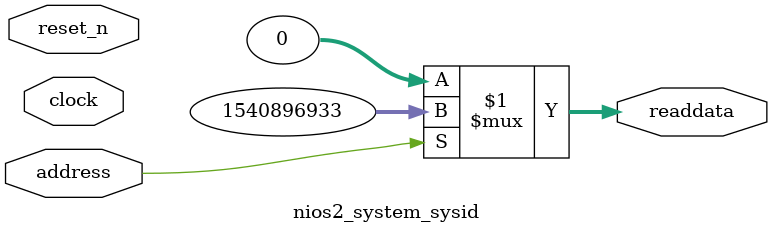
<source format=v>



// synthesis translate_off
`timescale 1ns / 1ps
// synthesis translate_on

// turn off superfluous verilog processor warnings 
// altera message_level Level1 
// altera message_off 10034 10035 10036 10037 10230 10240 10030 

module nios2_system_sysid (
               // inputs:
                address,
                clock,
                reset_n,

               // outputs:
                readdata
             )
;

  output  [ 31: 0] readdata;
  input            address;
  input            clock;
  input            reset_n;

  wire    [ 31: 0] readdata;
  //control_slave, which is an e_avalon_slave
  assign readdata = address ? 1540896933 : 0;

endmodule



</source>
